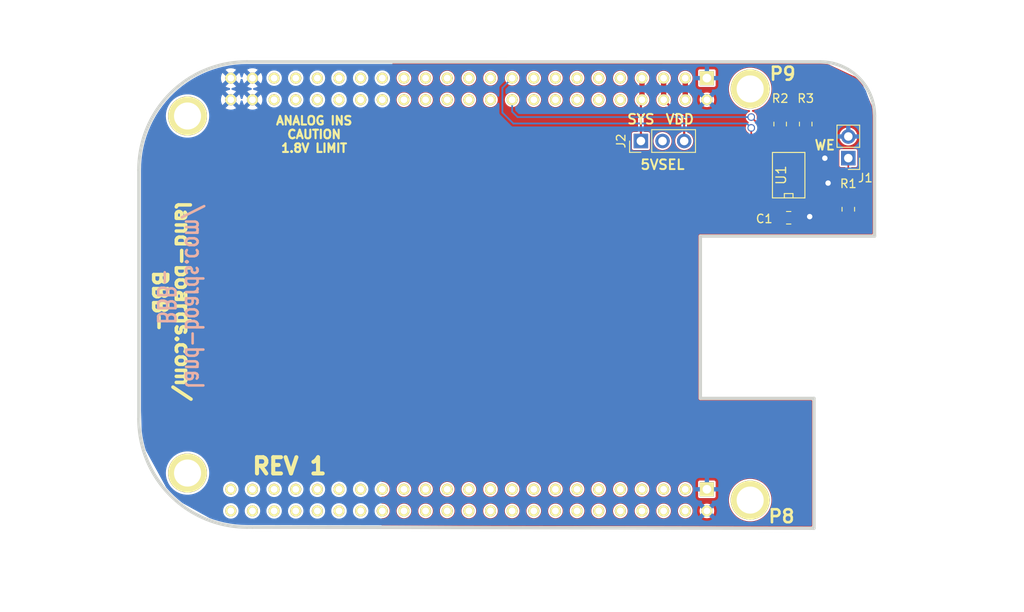
<source format=kicad_pcb>
(kicad_pcb (version 20211014) (generator pcbnew)
  (title_block (title "Prototype cape for BeagleBone") (date "17 aug 2014") (rev "0.3") (company "Jacek Radzikowski <jacek.radzikowski@gmail.com>"))
  (layers (0 "F.Cu" signal "Front") (31 "B.Cu" signal "Back") (36 "B.SilkS" user "B.Silkscreen") (37 "F.SilkS" user "F.Silkscreen") (38 "B.Mask" user) (39 "F.Mask" user) (44 "Edge.Cuts" user))
  (net 0 "")
  (net 1 "GND")
  (net 2 "VDD_5V-UF")
  (net 3 "VDD_3V3-UF")
  (net 4 "SYS_5V")
  (net 5 "GNDA_ADC")
  (net 6 "AIN6")
  (net 7 "AIN5")
  (net 8 "AIN2")
  (net 9 "AIN1")
  (net 10 "VDD_ADC")
  (net 11 "AIN4")
  (net 12 "AIN3")
  (net 13 "AIN0")
  (net 14 "/TIMER4")
  (net 15 "/TIMER7")
  (net 16 "/TIMER5")
  (net 17 "/TIMER6")
  (net 18 "/GPIO1_13")
  (net 19 "/GPIO1_12")
  (net 20 "/EHRPWM2B")
  (net 21 "/GPIO0_26")
  (net 22 "/GPIO1_15")
  (net 23 "/GPIO1_14")
  (net 24 "/GPIO0_27")
  (net 25 "/GPIO2_1")
  (net 26 "/EHRPWM2A")
  (net 27 "/GPIO1_29")
  (net 28 "I2C2_SCL")
  (net 29 "I2C2_SDA")
  (net 30 "/PWR_BUT")
  (net 31 "/SYS_RESETn")
  (net 32 "/UART4_RXD")
  (net 33 "/GPIO1_28")
  (net 34 "/UART4_TXD")
  (net 35 "/EHRPWM1A")
  (net 36 "/GPIO1_16")
  (net 37 "/EHRPWM1B")
  (net 38 "/I2C1_SCL")
  (net 39 "/I2C1_SDA")
  (net 40 "/UART2_TXD")
  (net 41 "/UART2_RXD")
  (net 42 "/GPIO1_17")
  (net 43 "/UART1_TXD")
  (net 44 "/UART1_RXD")
  (net 45 "/GPIO3_19")
  (net 50 "/SPI1_D1")
  (net 51 "/CLKOUT2")
  (net 56 "/GPIO0_7")
  (net 85 "VCC_3V3EXP")
  (net 86 "Net-(J1-Pad1)")
  (net 87 "+5V")
  (footprint "FIDUCIAL" (layer "F.Cu") (at 169.672 98.806)
    (fp_text reference "FID1" hide)
    (fp_text value "CONN_1" hide)
    (pad "1" smd circle locked (at 0 0) (size 1 1) (layers "F.Cu" "F.Mask") (clearance 1))
  )
  (footprint "FIDUCIAL" (layer "F.Cu") (at 136.6266 116.997501)
    (fp_text reference "FID2" hide)
    (fp_text value "CONN_1" hide)
    (pad "1" smd circle locked (at -39.5986 -53.497501) (size 1 1) (layers "F.Cu" "F.Mask") (clearance 1))
  )
  (footprint "LandBoards_BoardOutlines:BEAGLEBONE" (layer "F.Cu") (at 136.906 80.01)
    (fp_text reference "BRD1" hide)
    (fp_text value "BEAGLEBONE" hide)
    (pad "B1" thru_hole rect locked (at 23.495 22.86) (size 1.651 1.651) (drill 1.016) (layers *.Cu *.Mask "F.SilkS") (net 1 "GND"))
    (pad "B2" thru_hole circle locked (at 23.495 25.4) (size 1.30048 1.30048) (drill 0.8001) (layers *.Cu *.Mask "F.SilkS") (net 1 "GND"))
    (pad "B3" thru_hole circle locked (at 20.955 22.86) (size 1.30048 1.30048) (drill 0.8001) (layers *.Cu *.Mask "F.SilkS"))
    (pad "B4" thru_hole circle locked (at 20.955 25.4) (size 1.30048 1.30048) (drill 0.8001) (layers *.Cu *.Mask "F.SilkS"))
    (pad "B5" thru_hole circle locked (at 18.415 22.86) (size 1.30048 1.30048) (drill 0.8001) (layers *.Cu *.Mask "F.SilkS"))
    (pad "B6" thru_hole circle locked (at 18.415 25.4) (size 1.30048 1.30048) (drill 0.8001) (layers *.Cu *.Mask "F.SilkS"))
    (pad "B7" thru_hole circle locked (at 15.875 22.86) (size 1.30048 1.30048) (drill 0.8001) (layers *.Cu *.Mask "F.SilkS") (net 14 "/TIMER4"))
    (pad "B8" thru_hole circle locked (at 15.875 25.4) (size 1.30048 1.30048) (drill 0.8001) (layers *.Cu *.Mask "F.SilkS") (net 15 "/TIMER7"))
    (pad "B9" thru_hole circle locked (at 13.335 22.86) (size 1.30048 1.30048) (drill 0.8001) (layers *.Cu *.Mask "F.SilkS") (net 16 "/TIMER5"))
    (pad "B10" thru_hole circle locked (at 13.335 25.4) (size 1.30048 1.30048) (drill 0.8001) (layers *.Cu *.Mask "F.SilkS") (net 17 "/TIMER6"))
    (pad "B11" thru_hole circle locked (at 10.795 22.86) (size 1.30048 1.30048) (drill 0.8001) (layers *.Cu *.Mask "F.SilkS") (net 18 "/GPIO1_13"))
    (pad "B12" thru_hole circle locked (at 10.795 25.4) (size 1.30048 1.30048) (drill 0.8001) (layers *.Cu *.Mask "F.SilkS") (net 19 "/GPIO1_12"))
    (pad "B13" thru_hole circle locked (at 8.255 22.86) (size 1.30048 1.30048) (drill 0.8001) (layers *.Cu *.Mask "F.SilkS") (net 20 "/EHRPWM2B"))
    (pad "B14" thru_hole circle locked (at 8.255 25.4) (size 1.30048 1.30048) (drill 0.8001) (layers *.Cu *.Mask "F.SilkS") (net 21 "/GPIO0_26"))
    (pad "B15" thru_hole circle locked (at 5.715 22.86) (size 1.30048 1.30048) (drill 0.8001) (layers *.Cu *.Mask "F.SilkS") (net 22 "/GPIO1_15"))
    (pad "B16" thru_hole circle locked (at 5.715 25.4) (size 1.30048 1.30048) (drill 0.8001) (layers *.Cu *.Mask "F.SilkS") (net 23 "/GPIO1_14"))
    (pad "B17" thru_hole circle locked (at 3.175 22.86) (size 1.30048 1.30048) (drill 0.8001) (layers *.Cu *.Mask "F.SilkS") (net 24 "/GPIO0_27"))
    (pad "B18" thru_hole circle locked (at 3.175 25.4) (size 1.30048 1.30048) (drill 0.8001) (layers *.Cu *.Mask "F.SilkS") (net 25 "/GPIO2_1"))
    (pad "B19" thru_hole circle locked (at 0.635 22.86) (size 1.30048 1.30048) (drill 0.8001) (layers *.Cu *.Mask "F.SilkS") (net 26 "/EHRPWM2A"))
    (pad "B20" thru_hole circle locked (at 0.635 25.4) (size 1.30048 1.30048) (drill 0.8001) (layers *.Cu *.Mask "F.SilkS"))
    (pad "B21" thru_hole circle locked (at -1.905 22.86) (size 1.30048 1.30048) (drill 0.8001) (layers *.Cu *.Mask "F.SilkS"))
    (pad "B22" thru_hole circle locked (at -1.905 25.4) (size 1.30048 1.30048) (drill 0.8001) (layers *.Cu *.Mask "F.SilkS"))
    (pad "B23" thru_hole circle locked (at -4.445 22.86) (size 1.30048 1.30048) (drill 0.8001) (layers *.Cu *.Mask "F.SilkS"))
    (pad "B24" thru_hole circle locked (at -4.445 25.4) (size 1.30048 1.30048) (drill 0.8001) (layers *.Cu *.Mask "F.SilkS"))
    (pad "B25" thru_hole circle locked (at -6.985 22.86) (size 1.30048 1.30048) (drill 0.8001) (layers *.Cu *.Mask "F.SilkS"))
    (pad "B26" thru_hole circle locked (at -6.985 25.4) (size 1.30048 1.30048) (drill 0.8001) (layers *.Cu *.Mask "F.SilkS") (net 27 "/GPIO1_29"))
    (pad "B27" thru_hole circle locked (at -9.525 22.86) (size 1.30048 1.30048) (drill 0.8001) (layers *.Cu *.Mask "F.SilkS"))
    (pad "B28" thru_hole circle locked (at -9.525 25.4) (size 1.30048 1.30048) (drill 0.8001) (layers *.Cu *.Mask "F.SilkS"))
    (pad "B29" thru_hole circle locked (at -12.065 22.86) (size 1.30048 1.30048) (drill 0.8001) (layers *.Cu *.Mask "F.SilkS"))
    (pad "B30" thru_hole circle locked (at -12.065 25.4) (size 1.30048 1.30048) (drill 0.8001) (layers *.Cu *.Mask "F.SilkS"))
    (pad "B31" thru_hole circle locked (at -14.605 22.86) (size 1.30048 1.30048) (drill 0.8001) (layers *.Cu *.Mask "F.SilkS"))
    (pad "B32" thru_hole circle locked (at -14.605 25.4) (size 1.30048 1.30048) (drill 0.8001) (layers *.Cu *.Mask "F.SilkS"))
    (pad "B33" thru_hole circle locked (at -17.145 22.86) (size 1.30048 1.30048) (drill 0.8001) (layers *.Cu *.Mask "F.SilkS"))
    (pad "B34" thru_hole circle locked (at -17.145 25.4) (size 1.30048 1.30048) (drill 0.8001) (layers *.Cu *.Mask "F.SilkS"))
    (pad "B35" thru_hole circle locked (at -19.685 22.86) (size 1.30048 1.30048) (drill 0.8001) (layers *.Cu *.Mask "F.SilkS"))
    (pad "B36" thru_hole circle locked (at -19.685 25.4) (size 1.30048 1.30048) (drill 0.8001) (layers *.Cu *.Mask "F.SilkS"))
    (pad "B37" thru_hole circle locked (at -22.225 22.86) (size 1.30048 1.30048) (drill 0.8001) (layers *.Cu *.Mask "F.SilkS"))
    (pad "B38" thru_hole circle locked (at -22.225 25.4) (size 1.30048 1.30048) (drill 0.8001) (layers *.Cu *.Mask "F.SilkS"))
    (pad "B39" thru_hole circle locked (at -24.765 22.86) (size 1.30048 1.30048) (drill 0.8001) (layers *.Cu *.Mask "F.SilkS"))
    (pad "B40" thru_hole circle locked (at -24.765 25.4) (size 1.30048 1.30048) (drill 0.8001) (layers *.Cu *.Mask "F.SilkS"))
    (pad "B41" thru_hole circle locked (at -27.305 22.86) (size 1.30048 1.30048) (drill 0.8001) (layers *.Cu *.Mask "F.SilkS"))
    (pad "B42" thru_hole circle locked (at -27.305 25.4) (size 1.30048 1.30048) (drill 0.8001) (layers *.Cu *.Mask "F.SilkS"))
    (pad "B43" thru_hole circle locked (at -29.845 22.86) (size 1.30048 1.30048) (drill 0.8001) (layers *.Cu *.Mask "F.SilkS"))
    (pad "B44" thru_hole circle locked (at -29.845 25.4) (size 1.30048 1.30048) (drill 0.8001) (layers *.Cu *.Mask "F.SilkS"))
    (pad "B45" thru_hole circle locked (at -32.385 22.86) (size 1.30048 1.30048) (drill 0.8001) (layers *.Cu *.Mask "F.SilkS"))
    (pad "B46" thru_hole circle locked (at -32.385 25.4) (size 1.30048 1.30048) (drill 0.8001) (layers *.Cu *.Mask "F.SilkS"))
    (pad "C1" thru_hole rect locked (at 23.495 -25.4) (size 1.651 1.651) (drill 1.016) (layers *.Cu *.Mask "F.SilkS") (net 1 "GND"))
    (pad "C2" thru_hole circle locked (at 23.495 -22.86) (size 1.30048 1.30048) (drill 0.8001) (layers *.Cu *.Mask "F.SilkS") (net 1 "GND"))
    (pad "C3" thru_hole circle locked (at 20.955 -25.4) (size 1.30048 1.30048) (drill 0.8001) (layers *.Cu *.Mask "F.SilkS") (net 3 "VDD_3V3-UF"))
    (pad "C4" thru_hole circle locked (at 20.955 -22.86) (size 1.30048 1.30048) (drill 0.8001) (layers *.Cu *.Mask "F.SilkS") (net 3 "VDD_3V3-UF"))
    (pad "C5" thru_hole circle locked (at 18.415 -25.4) (size 1.30048 1.30048) (drill 0.8001) (layers *.Cu *.Mask "F.SilkS") (net 2 "VDD_5V-UF"))
    (pad "C6" thru_hole circle locked (at 18.415 -22.86) (size 1.30048 1.30048) (drill 0.8001) (layers *.Cu *.Mask "F.SilkS") (net 2 "VDD_5V-UF"))
    (pad "C7" thru_hole circle locked (at 15.875 -25.4) (size 1.30048 1.30048) (drill 0.8001) (layers *.Cu *.Mask "F.SilkS") (net 4 "SYS_5V"))
    (pad "C8" thru_hole circle locked (at 15.875 -22.86) (size 1.30048 1.30048) (drill 0.8001) (layers *.Cu *.Mask "F.SilkS") (net 4 "SYS_5V"))
    (pad "C9" thru_hole circle locked (at 13.335 -25.4) (size 1.30048 1.30048) (drill 0.8001) (layers *.Cu *.Mask "F.SilkS") (net 30 "/PWR_BUT"))
    (pad "C10" thru_hole circle locked (at 13.335 -22.86) (size 1.30048 1.30048) (drill 0.8001) (layers *.Cu *.Mask "F.SilkS") (net 31 "/SYS_RESETn"))
    (pad "C11" thru_hole circle locked (at 10.795 -25.4) (size 1.30048 1.30048) (drill 0.8001) (layers *.Cu *.Mask "F.SilkS") (net 32 "/UART4_RXD"))
    (pad "C12" thru_hole circle locked (at 10.795 -22.86) (size 1.30048 1.30048) (drill 0.8001) (layers *.Cu *.Mask "F.SilkS") (net 33 "/GPIO1_28"))
    (pad "C13" thru_hole circle locked (at 8.255 -25.4) (size 1.30048 1.30048) (drill 0.8001) (layers *.Cu *.Mask "F.SilkS") (net 34 "/UART4_TXD"))
    (pad "C14" thru_hole circle locked (at 8.255 -22.86) (size 1.30048 1.30048) (drill 0.8001) (layers *.Cu *.Mask "F.SilkS") (net 35 "/EHRPWM1A"))
    (pad "C15" thru_hole circle locked (at 5.715 -25.4) (size 1.30048 1.30048) (drill 0.8001) (layers *.Cu *.Mask "F.SilkS") (net 36 "/GPIO1_16"))
    (pad "C16" thru_hole circle locked (at 5.715 -22.86) (size 1.30048 1.30048) (drill 0.8001) (layers *.Cu *.Mask "F.SilkS") (net 37 "/EHRPWM1B"))
    (pad "C17" thru_hole circle locked (at 3.175 -25.4) (size 1.30048 1.30048) (drill 0.8001) (layers *.Cu *.Mask "F.SilkS") (net 38 "/I2C1_SCL"))
    (pad "C18" thru_hole circle locked (at 3.175 -22.86) (size 1.30048 1.30048) (drill 0.8001) (layers *.Cu *.Mask "F.SilkS") (net 39 "/I2C1_SDA"))
    (pad "C19" thru_hole circle locked (at 0.635 -25.4) (size 1.30048 1.30048) (drill 0.8001) (layers *.Cu *.Mask "F.SilkS") (net 28 "I2C2_SCL"))
    (pad "C20" thru_hole circle locked (at 0.635 -22.86) (size 1.30048 1.30048) (drill 0.8001) (layers *.Cu *.Mask "F.SilkS") (net 29 "I2C2_SDA"))
    (pad "C21" thru_hole circle locked (at -1.905 -25.4) (size 1.30048 1.30048) (drill 0.8001) (layers *.Cu *.Mask "F.SilkS") (net 40 "/UART2_TXD"))
    (pad "C22" thru_hole circle locked (at -1.905 -22.86) (size 1.30048 1.30048) (drill 0.8001) (layers *.Cu *.Mask "F.SilkS") (net 41 "/UART2_RXD"))
    (pad "C23" thru_hole circle locked (at -4.445 -25.4) (size 1.30048 1.30048) (drill 0.8001) (layers *.Cu *.Mask "F.SilkS") (net 42 "/GPIO1_17"))
    (pad "C24" thru_hole circle locked (at -4.445 -22.86) (size 1.30048 1.30048) (drill 0.8001) (layers *.Cu *.Mask "F.SilkS") (net 43 "/UART1_TXD"))
    (pad "C25" thru_hole circle locked (at -6.985 -25.4) (size 1.30048 1.30048) (drill 0.8001) (layers *.Cu *.Mask "F.SilkS"))
    (pad "C26" thru_hole circle locked (at -6.985 -22.86) (size 1.30048 1.30048) (drill 0.8001) (layers *.Cu *.Mask "F.SilkS") (net 44 "/UART1_RXD"))
    (pad "C27" thru_hole circle locked (at -9.525 -25.4) (size 1.30048 1.30048) (drill 0.8001) (layers *.Cu *.Mask "F.SilkS") (net 45 "/GPIO3_19"))
    (pad "C28" thru_hole circle locked (at -9.525 -22.86) (size 1.30048 1.30048) (drill 0.8001) (layers *.Cu *.Mask "F.SilkS"))
    (pad "C29" thru_hole circle locked (at -12.065 -25.4) (size 1.30048 1.30048) (drill 0.8001) (layers *.Cu *.Mask "F.SilkS"))
    (pad "C30" thru_hole circle locked (at -12.065 -22.86) (size 1.30048 1.30048) (drill 0.8001) (layers *.Cu *.Mask "F.SilkS") (net 50 "/SPI1_D1"))
    (pad "C31" thru_hole circle locked (at -14.605 -25.4) (size 1.30048 1.30048) (drill 0.8001) (layers *.Cu *.Mask "F.SilkS"))
    (pad "C32" thru_hole circle locked (at -14.605 -22.86) (size 1.30048 1.30048) (drill 0.8001) (layers *.Cu *.Mask "F.SilkS") (net 10 "VDD_ADC"))
    (pad "C33" thru_hole circle locked (at -17.145 -25.4) (size 1.30048 1.30048) (drill 0.8001) (layers *.Cu *.Mask "F.SilkS") (net 11 "AIN4"))
    (pad "C34" thru_hole circle locked (at -17.145 -22.86) (size 1.30048 1.30048) (drill 0.8001) (layers *.Cu *.Mask "F.SilkS") (net 5 "GNDA_ADC"))
    (pad "C35" thru_hole circle locked (at -19.685 -25.4) (size 1.30048 1.30048) (drill 0.8001) (layers *.Cu *.Mask "F.SilkS") (net 6 "AIN6"))
    (pad "C36" thru_hole circle locked (at -19.685 -22.86) (size 1.30048 1.30048) (drill 0.8001) (layers *.Cu *.Mask "F.SilkS") (net 7 "AIN5"))
    (pad "C37" thru_hole circle locked (at -22.225 -25.4) (size 1.30048 1.30048) (drill 0.8001) (layers *.Cu *.Mask "F.SilkS") (net 8 "AIN2"))
    (pad "C38" thru_hole circle locked (at -22.225 -22.86) (size 1.30048 1.30048) (drill 0.8001) (layers *.Cu *.Mask "F.SilkS") (net 12 "AIN3"))
    (pad "C39" thru_hole circle locked (at -24.765 -25.4) (size 1.30048 1.30048) (drill 0.8001) (layers *.Cu *.Mask "F.SilkS") (net 13 "AIN0"))
    (pad "C40" thru_hole circle locked (at -24.765 -22.86) (size 1.30048 1.30048) (drill 0.8001) (layers *.Cu *.Mask "F.SilkS") (net 9 "AIN1"))
    (pad "C41" thru_hole circle locked (at -27.305 -25.4) (size 1.30048 1.30048) (drill 0.8001) (layers *.Cu *.Mask "F.SilkS") (net 51 "/CLKOUT2"))
    (pad "C42" thru_hole circle locked (at -27.305 -22.86) (size 1.30048 1.30048) (drill 0.8001) (layers *.Cu *.Mask "F.SilkS") (net 56 "/GPIO0_7"))
    (pad "C43" thru_hole circle locked (at -29.845 -25.4) (size 1.30048 1.30048) (drill 0.8001) (layers *.Cu *.Mask "F.SilkS") (net 1 "GND"))
    (pad "C44" thru_hole circle locked (at -29.845 -22.86) (size 1.30048 1.30048) (drill 0.8001) (layers *.Cu *.Mask "F.SilkS") (net 1 "GND"))
    (pad "C45" thru_hole circle locked (at -32.385 -25.4) (size 1.30048 1.30048) (drill 0.8001) (layers *.Cu *.Mask "F.SilkS") (net 1 "GND"))
    (pad "C46" thru_hole circle locked (at -32.385 -22.86) (size 1.30048 1.30048) (drill 0.8001) (layers *.Cu *.Mask "F.SilkS") (net 1 "GND"))
    (pad "M1" thru_hole circle locked (at -37.465 -20.955) (size 4.572 4.572) (drill 3.175) (layers *.Cu *.Mask "F.SilkS"))
    (pad "M2" thru_hole circle locked (at 28.575 -24.13) (size 4.572 4.572) (drill 3.175) (layers *.Cu *.Mask "F.SilkS"))
    (pad "M3" thru_hole circle locked (at 28.575 24.13) (size 4.572 4.572) (drill 3.175) (layers *.Cu *.Mask "F.SilkS"))
    (pad "M4" thru_hole circle locked (at -37.465 20.955) (size 4.572 4.572) (drill 3.175) (layers *.Cu *.Mask "F.SilkS"))
  )
  (footprint "LandBoards_SMD_Packages:SO8E-wider" (layer "F.Cu") (at 170 66 90)
    (fp_text reference "U1" (at 0 -0.889 90) (layer "F.SilkS") (effects (font (size 1.143 1.143) (thickness 0.1524))))
    (fp_text value "I2C-EEPROM" hide)
    (fp_line (start -2.667 1.905) (end 2.667 1.905) (layer "F.SilkS") (width 0.127))
    (fp_line (start -2.667 -0.508) (end -2.159 -0.508) (layer "F.SilkS") (width 0.127))
    (fp_line (start -2.667 1.778) (end -2.667 1.905) (layer "F.SilkS") (width 0.127))
    (fp_line (start -2.159 0.508) (end -2.667 0.508) (layer "F.SilkS") (width 0.127))
    (fp_line (start 2.667 -1.905) (end -2.667 -1.905) (layer "F.SilkS") (width 0.127))
    (fp_line (start 2.667 -1.905) (end 2.667 1.905) (layer "F.SilkS") (width 0.127))
    (fp_line (start -2.159 -0.508) (end -2.159 0.508) (layer "F.SilkS") (width 0.127))
    (fp_line (start -2.667 -1.905) (end -2.667 1.778) (layer "F.SilkS") (width 0.127))
    (pad "1" smd rect locked (at -1.905 2.794 90) (size 0.59944 1.651) (layers "F.Cu" "F.Paste" "F.Mask") (net 1 "GND"))
    (pad "2" smd rect locked (at -0.635 2.794 90) (size 0.59944 1.651) (layers "F.Cu" "F.Paste" "F.Mask") (net 1 "GND"))
    (pad "3" smd rect locked (at 0.635 2.794 90) (size 0.59944 1.651) (layers "F.Cu" "F.Paste" "F.Mask") (net 85 "VCC_3V3EXP"))
    (pad "4" smd rect locked (at 1.905 2.794 90) (size 0.59944 1.651) (layers "F.Cu" "F.Paste" "F.Mask") (net 1 "GND"))
    (pad "5" smd rect locked (at 1.905 -2.794 90) (size 0.59944 1.651) (layers "F.Cu" "F.Paste" "F.Mask") (net 29 "I2C2_SDA"))
    (pad "6" smd rect locked (at 0.635 -2.794 90) (size 0.59944 1.651) (layers "F.Cu" "F.Paste" "F.Mask") (net 28 "I2C2_SCL"))
    (pad "7" smd rect locked (at -0.635 -2.794 90) (size 0.59944 1.651) (layers "F.Cu" "F.Paste" "F.Mask") (net 86 "Net-(J1-Pad1)"))
    (pad "8" smd rect locked (at -1.905 -2.794 90) (size 0.59944 1.651) (layers "F.Cu" "F.Paste" "F.Mask") (net 85 "VCC_3V3EXP"))
  )
  (footprint "Capacitor_SMD:C_0805_2012Metric_Pad1.18x1.45mm_HandSolder" (layer "F.Cu") (at 170 71)
    (fp_text reference "C1" (at -2.868 0.12) (layer "F.SilkS"))
    (fp_text value "1uF")
    (fp_line (start -0.261252 -0.735) (end 0.261252 -0.735) (layer "F.SilkS") (width 0.12))
    (fp_line (start -0.261252 0.735) (end 0.261252 0.735) (layer "F.SilkS") (width 0.12))
    (pad "1" smd roundrect (at -1.0375 0) (size 1.175 1.45) (layers "F.Cu" "F.Paste" "F.Mask") (roundrect_rratio 0.212766) (net 85 "VCC_3V3EXP"))
    (pad "2" smd roundrect (at 1.0375 0) (size 1.175 1.45) (layers "F.Cu" "F.Paste" "F.Mask") (roundrect_rratio 0.212766) (net 1 "GND"))
  )
  (footprint "Connector_PinHeader_2.54mm:PinHeader_1x02_P2.54mm_Vertical" (layer "F.Cu") (at 177 64 180)
    (fp_text reference "J1" (at -2 -2.33) (layer "F.SilkS"))
    (fp_text value "CONN_2")
    (fp_line (start -1.33 -1.33) (end 0 -1.33) (layer "F.SilkS") (width 0.12))
    (fp_line (start -1.33 1.27) (end 1.33 1.27) (layer "F.SilkS") (width 0.12))
    (fp_line (start 1.33 1.27) (end 1.33 3.87) (layer "F.SilkS") (width 0.12))
    (fp_line (start -1.33 1.27) (end -1.33 3.87) (layer "F.SilkS") (width 0.12))
    (fp_line (start -1.33 3.87) (end 1.33 3.87) (layer "F.SilkS") (width 0.12))
    (fp_line (start -1.33 0) (end -1.33 -1.33) (layer "F.SilkS") (width 0.12))
    (pad "1" thru_hole rect (at 0 0 180) (size 1.7 1.7) (drill 1) (layers *.Cu *.Mask) (net 86 "Net-(J1-Pad1)"))
    (pad "2" thru_hole oval (at 0 2.54 180) (size 1.7 1.7) (drill 1) (layers *.Cu *.Mask) (net 1 "GND"))
  )
  (footprint "Connector_PinHeader_2.54mm:PinHeader_1x03_P2.54mm_Vertical" (layer "F.Cu") (at 152.654 61.991 90)
    (fp_text reference "J2" (at 0 -2.33 90) (layer "F.SilkS"))
    (fp_text value "Conn_01x03")
    (fp_line (start -1.33 1.27) (end 1.33 1.27) (layer "F.SilkS") (width 0.12))
    (fp_line (start 1.33 1.27) (end 1.33 6.41) (layer "F.SilkS") (width 0.12))
    (fp_line (start -1.33 0) (end -1.33 -1.33) (layer "F.SilkS") (width 0.12))
    (fp_line (start -1.33 -1.33) (end 0 -1.33) (layer "F.SilkS") (width 0.12))
    (fp_line (start -1.33 6.41) (end 1.33 6.41) (layer "F.SilkS") (width 0.12))
    (fp_line (start -1.33 1.27) (end -1.33 6.41) (layer "F.SilkS") (width 0.12))
    (pad "1" thru_hole rect (at 0 0 90) (size 1.7 1.7) (drill 1) (layers *.Cu *.Mask) (net 4 "SYS_5V"))
    (pad "2" thru_hole oval (at 0 2.54 90) (size 1.7 1.7) (drill 1) (layers *.Cu *.Mask) (net 87 "+5V"))
    (pad "3" thru_hole oval (at 0 5.08 90) (size 1.7 1.7) (drill 1) (layers *.Cu *.Mask) (net 2 "VDD_5V-UF"))
  )
  (footprint "Resistor_SMD:R_0805_2012Metric_Pad1.20x1.40mm_HandSolder" (layer "F.Cu") (at 177 70 90)
    (fp_text reference "R1" (at 3 0 180) (layer "F.SilkS"))
    (fp_text value "5.6K")
    (fp_line (start -0.227064 -0.735) (end 0.227064 -0.735) (layer "F.SilkS") (width 0.12))
    (fp_line (start -0.227064 0.735) (end 0.227064 0.735) (layer "F.SilkS") (width 0.12))
    (pad "1" smd roundrect (at -1 0 90) (size 1.2 1.4) (layers "F.Cu" "F.Paste" "F.Mask") (roundrect_rratio 0.208333) (net 85 "VCC_3V3EXP"))
    (pad "2" smd roundrect (at 1 0 90) (size 1.2 1.4) (layers "F.Cu" "F.Paste" "F.Mask") (roundrect_rratio 0.208333) (net 86 "Net-(J1-Pad1)"))
  )
  (footprint "Resistor_SMD:R_0805_2012Metric_Pad1.20x1.40mm_HandSolder" (layer "F.Cu") (at 169 60 -90)
    (fp_text reference "R2" (at -3 0 180) (layer "F.SilkS"))
    (fp_text value "5.6K")
    (fp_line (start -0.227064 -0.735) (end 0.227064 -0.735) (layer "F.SilkS") (width 0.12))
    (fp_line (start -0.227064 0.735) (end 0.227064 0.735) (layer "F.SilkS") (width 0.12))
    (pad "1" smd roundrect (at -1 0 270) (size 1.2 1.4) (layers "F.Cu" "F.Paste" "F.Mask") (roundrect_rratio 0.208333) (net 85 "VCC_3V3EXP"))
    (pad "2" smd roundrect (at 1 0 270) (size 1.2 1.4) (layers "F.Cu" "F.Paste" "F.Mask") (roundrect_rratio 0.208333) (net 28 "I2C2_SCL"))
  )
  (footprint "Resistor_SMD:R_0805_2012Metric_Pad1.20x1.40mm_HandSolder" (layer "F.Cu") (at 172 60 -90)
    (fp_text reference "R3" (at -3 0 180) (layer "F.SilkS"))
    (fp_text value "5.6K")
    (fp_line (start -0.227064 0.735) (end 0.227064 0.735) (layer "F.SilkS") (width 0.12))
    (fp_line (start -0.227064 -0.735) (end 0.227064 -0.735) (layer "F.SilkS") (width 0.12))
    (pad "1" smd roundrect (at -1 0 270) (size 1.2 1.4) (layers "F.Cu" "F.Paste" "F.Mask") (roundrect_rratio 0.208333) (net 85 "VCC_3V3EXP"))
    (pad "2" smd roundrect (at 1 0 270) (size 1.2 1.4) (layers "F.Cu" "F.Paste" "F.Mask") (roundrect_rratio 0.208333) (net 29 "I2C2_SDA"))
  )
  (gr_arc (start 173.736 52.705) (mid 178.226128 54.564872) (end 180.086 59.055) (layer "Edge.Cuts") (width 0.381))
  (gr_line (start 159.639 73.152) (end 159.639 92.202) (layer "Edge.Cuts") (width 0.381))
  (gr_line (start 93.726 94.615) (end 93.726 65.405) (layer "Edge.Cuts") (width 0.381))
  (gr_line (start 107.061 107.315) (end 172.974 107.442) (layer "Edge.Cuts") (width 0.381))
  (gr_line (start 180.086 73.152) (end 159.639 73.152) (layer "Edge.Cuts") (width 0.381))
  (gr_line (start 106.426 52.7) (end 173.736 52.705) (layer "Edge.Cuts") (width 0.381))
  (gr_arc (start 93.726 65.405) (mid 97.430574 56.408115) (end 106.426 52.7) (layer "Edge.Cuts") (width 0.381))
  (gr_line (start 106.426 107.315) (end 107.061 107.315) (layer "Edge.Cuts") (width 0.381))
  (gr_arc (start 106.426 107.315) (mid 97.445745 103.595256) (end 93.726 94.615) (layer "Edge.Cuts") (width 0.381))
  (gr_line (start 180.086 59.055) (end 180.086 73.152) (layer "Edge.Cuts") (width 0.381))
  (gr_line (start 172.974 107.442) (end 172.974 92.202) (layer "Edge.Cuts") (width 0.381))
  (gr_line (start 159.639 92.202) (end 172.974 92.202) (layer "Edge.Cuts") (width 0.381))
  (gr_text "land-boards.com/\nBBB-" (at 98.552 80.264 270) (layer "B.SilkS") (effects (font (size 2.032 1.524) (thickness 0.3048)) (justify mirror)))
  (gr_text "P9" (at 169.291 54.102) (layer "F.SilkS") (effects (font (size 1.524 1.524) (thickness 0.3048))))
  (gr_text "SYS" (at 152.654 59.436) (layer "F.SilkS") (effects (font (size 1.143 1.143) (thickness 0.22225))))
  (gr_text "VDD" (at 157.226 59.436) (layer "F.SilkS") (effects (font (size 1.143 1.143) (thickness 0.22225))))
  (gr_text "ANALOG INS\nCAUTION\n1.8V LIMIT" (at 114.3 61.214) (layer "F.SilkS") (effects (font (size 1 1) (thickness 0.25))))
  (gr_text "5VSEL" (at 155.194 64.77) (layer "F.SilkS") (effects (font (size 1.143 1.143) (thickness 0.22225))))
  (gr_text "REV 1" (at 111.4044 100.1522) (layer "F.SilkS") (effects (font (size 1.905 1.905) (thickness 0.47625))))
  (gr_text "WE" (at 174.244 62.484) (layer "F.SilkS") (effects (font (size 1.143 1.143) (thickness 0.22225))))
  (gr_text "P8" (at 169.164 106.045) (layer "F.SilkS") (effects (font (size 1.524 1.524) (thickness 0.3048))))
  (gr_text "land-boards.com/\nBBB-" (at 97.536 80.772 270) (layer "F.SilkS") (effects (font (size 1.651 1.651) (thickness 0.41275))))
  (segment (start 171.0375 71) (end 172.332 71) (width 0.2032) (layer "F.Cu") (net 1))
  (segment (start 172.794 67.905) (end 174.411 67.905) (width 0.2032) (layer "F.Cu") (net 1))
  (segment (start 174.331 66.635) (end 172.794 66.635) (width 0.2032) (layer "F.Cu") (net 1))
  (segment (start 174.752 67.056) (end 174.625 66.929) (width 0.2032) (layer "F.Cu") (net 1))
  (segment (start 174.157 64.095) (end 174.244 64.008) (width 0.2032) (layer "F.Cu") (net 1))
  (segment (start 172.794 64.095) (end 174.157 64.095) (width 0.2032) (layer "F.Cu") (net 1))
  (segment (start 172.332 71) (end 172.466 70.866) (width 0.2032) (layer "F.Cu") (net 1))
  (segment (start 174.625 66.929) (end 174.331 66.635) (width 0.2032) (layer "F.Cu") (net 1))
  (segment (start 174.752 67.564) (end 174.752 67.056) (width 0.2032) (layer "F.Cu") (net 1))
  (segment (start 174.411 67.905) (end 174.752 67.564) (width 0.2032) (layer "F.Cu") (net 1))
  (via (at 174.244 64.008) (size 0.889) (drill 0.635) (layers "F.Cu" "B.Cu") (net 1))
  (via (at 174.625 66.929) (size 0.889) (drill 0.635) (layers "F.Cu" "B.Cu") (net 1))
  (via (at 172.466 70.866) (size 0.889) (drill 0.635) (layers "F.Cu" "B.Cu") (net 1))
  (segment (start 155.321 54.61) (end 155.321 57.15) (width 0.635) (layer "F.Cu") (net 2))
  (segment (start 157.734 59.563) (end 157.734 61.991) (width 0.254) (layer "F.Cu") (net 2))
  (segment (start 155.321 57.15) (end 157.734 59.563) (width 0.254) (layer "F.Cu") (net 2))
  (segment (start 157.861 57.15) (end 157.861 54.61) (width 0.635) (layer "F.Cu") (net 3))
  (segment (start 152.781 54.61) (end 152.781 57.15) (width 0.635) (layer "F.Cu") (net 4))
  (segment (start 152.654 57.277) (end 152.781 57.15) (width 0.254) (layer "F.Cu") (net 4))
  (segment (start 152.654 61.991) (end 152.654 57.277) (width 0.254) (layer "F.Cu") (net 4))
  (segment (start 167.206 65.365) (end 168.315 65.365) (width 0.2032) (layer "F.Cu") (net 28))
  (segment (start 165.608 60.452) (end 165.608 65.024) (width 0.2032) (layer "F.Cu") (net 28))
  (segment (start 168.315 65.365) (end 169 64.68) (width 0.2032) (layer "F.Cu") (net 28))
  (segment (start 165.949 65.365) (end 165.608 65.024) (width 0.2032) (layer "F.Cu") (net 28))
  (segment (start 167.206 65.365) (end 165.949 65.365) (width 0.2032) (layer "F.Cu") (net 28))
  (segment (start 169 64.68) (end 169 61) (width 0.2032) (layer "F.Cu") (net 28))
  (via (at 165.608 60.452) (size 0.889) (drill 0.635) (layers "F.Cu" "B.Cu") (net 28))
  (segment (start 136.398 58.647622) (end 137.681189 59.930811) (width 0.2032) (layer "B.Cu") (net 28))
  (segment (start 137.681189 59.930811) (end 165.086811 59.930811) (width 0.2032) (layer "B.Cu") (net 28))
  (segment (start 165.608 60.452) (end 165.086811 59.930811) (width 0.2032) (layer "B.Cu") (net 28))
  (segment (start 137.541 54.61) (end 136.398 55.753) (width 0.2032) (layer "B.Cu") (net 28))
  (segment (start 136.398 55.753) (end 136.398 58.647622) (width 0.2032) (layer "B.Cu") (net 28))
  (segment (start 165.608 59.182) (end 166.52168 60.09568) (width 0.2032) (layer "F.Cu") (net 29))
  (segment (start 167.206 64.095) (end 167.206 60.124) (width 0.2032) (layer "F.Cu") (net 29))
  (segment (start 171.09568 60.09568) (end 172 61) (width 0.2032) (layer "F.Cu") (net 29))
  (segment (start 166.52168 60.09568) (end 171.09568 60.09568) (width 0.2032) (layer "F.Cu") (net 29))
  (via (at 165.608 59.182) (size 0.889) (drill 0.635) (layers "F.Cu" "B.Cu") (net 29))
  (segment (start 137.541 58.547) (end 138.176 59.182) (width 0.2032) (layer "B.Cu") (net 29))
  (segment (start 137.541 57.15) (end 137.541 58.547) (width 0.2032) (layer "B.Cu") (net 29))
  (segment (start 138.176 59.182) (end 165.608 59.182) (width 0.2032) (layer "B.Cu") (net 29))
  (segment (start 171.704 69.088) (end 176.912 69.088) (width 0.2032) (layer "F.Cu") (net 86))
  (segment (start 177 69) (end 177 64) (width 0.2032) (layer "F.Cu") (net 86))
  (segment (start 170.18 67.564) (end 171.704 69.088) (width 0.2032) (layer "F.Cu") (net 86))
  (segment (start 169.759 66.635) (end 170.18 67.056) (width 0.2032) (layer "F.Cu") (net 86))
  (segment (start 170.18 67.056) (end 170.18 67.564) (width 0.2032) (layer "F.Cu") (net 86))
  (segment (start 167.206 66.635) (end 169.759 66.635) (width 0.2032) (layer "F.Cu") (net 86))
  (segment (start 176.912 69.088) (end 177 69) (width 0.2032) (layer "F.Cu") (net 86))
  (zone (net 85) (net_name "VCC_3V3EXP") (layer "F.Cu") (connect_pads (clearance 0.2032)) (min_thickness 0.2032) (fill yes (thermal_gap 0.2032) (thermal_bridge_width 0.381))
    (polygon (pts (xy 123.444 52.832) (xy 123.444 59.182) (xy 122.047 60.631) (xy 122.174 107.113) (xy 172.847 107.367) (xy 173.101 91.873) (xy 159.512 92.202) (xy 159.512 73.204) (xy 180.086 73.204) (xy 180.1 58.625) (xy 178.4 54.725) (xy 173.9 52.625)))
  )
  (zone (net 1) (net_name "GND") (layer "B.Cu") (connect_pads (clearance 0.254)) (min_thickness 0.254) (fill yes (thermal_gap 0.508) (thermal_bridge_width 0.508))
    (polygon (pts (xy 173.9265 52.6415) (xy 178.689 55.0545) (xy 180.1495 59.1185) (xy 180.1495 73.279) (xy 159.7025 73.279) (xy 159.7025 91.821) (xy 173.101 91.821) (xy 173.101 107.315) (xy 134.0358 107.2642) (xy 103.4796 107.061) (xy 97.536 103.759) (xy 94.107 97.5106) (xy 93.8022 88.2142) (xy 93.726 64.389) (xy 94.615 60.325) (xy 97.155 56.7055) (xy 99.568 54.737) (xy 102.4255 53.2765) (xy 106.1085 52.6415)))
  )
)
</source>
